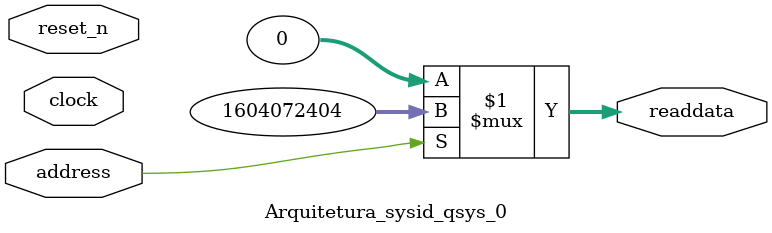
<source format=v>



// synthesis translate_off
`timescale 1ns / 1ps
// synthesis translate_on

// turn off superfluous verilog processor warnings 
// altera message_level Level1 
// altera message_off 10034 10035 10036 10037 10230 10240 10030 

module Arquitetura_sysid_qsys_0 (
               // inputs:
                address,
                clock,
                reset_n,

               // outputs:
                readdata
             )
;

  output  [ 31: 0] readdata;
  input            address;
  input            clock;
  input            reset_n;

  wire    [ 31: 0] readdata;
  //control_slave, which is an e_avalon_slave
  assign readdata = address ? 1604072404 : 0;

endmodule



</source>
